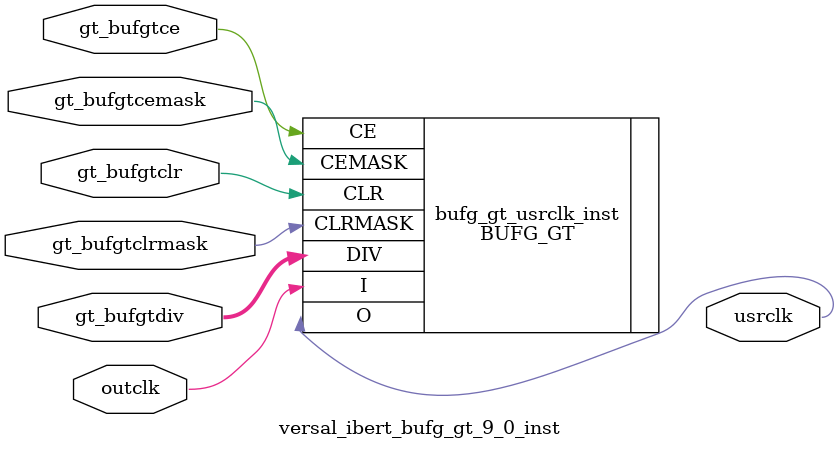
<source format=v>




`timescale 1ns / 1ps



module versal_ibert_bufg_gt_9_0_inst  (
    input outclk,
    input gt_bufgtce,
    input gt_bufgtcemask,
    input gt_bufgtclr,
    input gt_bufgtclrmask,
    input [2:0] gt_bufgtdiv,
    output usrclk
    );
     
      wire sync_ce;
      wire sync_clr;

      //BUFG_GT_SYNC sync_clr_ce (.CESYNC(sync_ce), .CLRSYNC(sync_clr), .CE(gt_bufgtce), .CLK(outclk), .CLR(gt_bufgtclr));
    //assign usrclk = outclk;
      BUFG_GT #(
        .SIM_DEVICE ("VERSAL_PREMIUM")
      ) bufg_gt_usrclk_inst (
        .CE      (gt_bufgtce),
        .CEMASK  (gt_bufgtcemask),
        .CLR     (gt_bufgtclr),
        .CLRMASK (gt_bufgtclrmask),
        .DIV     (gt_bufgtdiv),
        .I       (outclk),
        .O       (usrclk)
      );
endmodule
//------}

</source>
